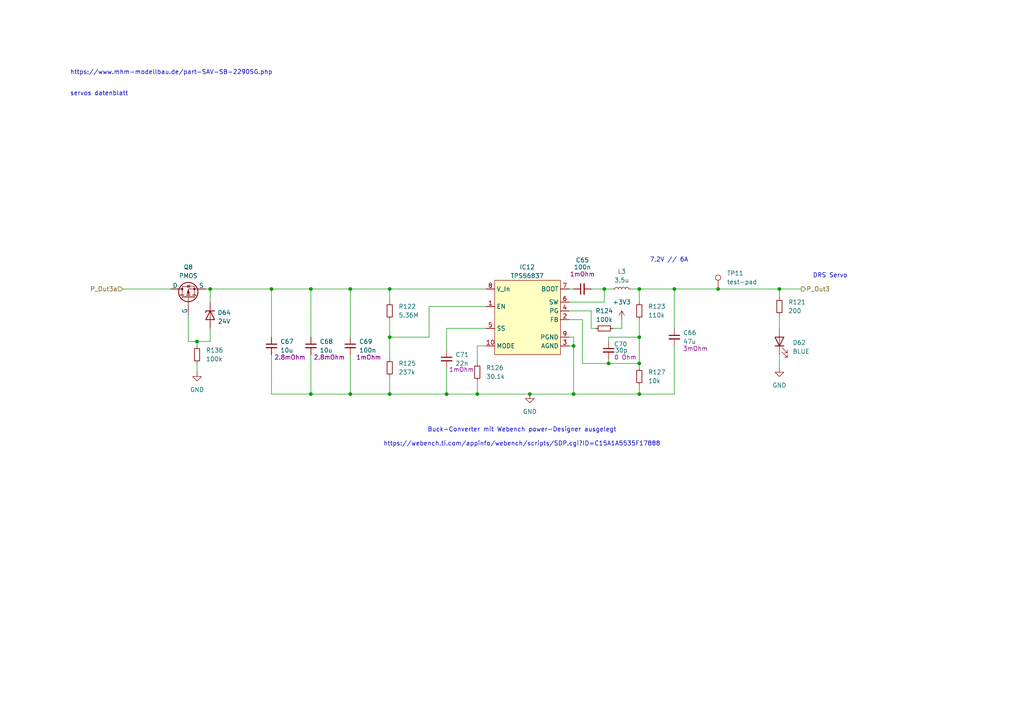
<source format=kicad_sch>
(kicad_sch (version 20231120) (generator "eeschema") (generator_version "8.0")
  (paper "A4")
  (title_block (title "PDU FT25") (date "2024-11-23") (rev "V1.1") (company "Janek Herm") (comment 1 "FaSTTUBe Electronics"))
  (lib_symbols
    (symbol "Connector:TestPoint" (pin_numbers hide) (pin_names (offset 0.762) hide)
      (property "Reference" "TP" (at 0 6.858 0))
      (property "Value" "TestPoint" (at 0 5.08 0))
      (symbol "TestPoint_0_1"
        (circle (center 0 3.302) (radius 0.762))
      )
      (symbol "TestPoint_1_1"
        (pin passive line (at 0 0 90) (length 2.54) (name "1") (number "1"))
      )
    )
    (symbol "Device:C_Small" (pin_numbers hide) (pin_names (offset 0.254) hide)
      (property "Reference" "C" (at 0.254 1.778 0))
      (property "Value" "C_Small" (at 0.254 -2.032 0))
      (symbol "C_Small_0_1"
        (polyline (pts (xy -1.524 -0.508) (xy 1.524 -0.508)) (stroke (width 0.3302)))
        (polyline (pts (xy -1.524 0.508) (xy 1.524 0.508)) (stroke (width 0.3048)))
      )
      (symbol "C_Small_1_1"
        (pin passive line (at 0 2.54 270) (length 2.032) (name "~") (number "1"))
        (pin passive line (at 0 -2.54 90) (length 2.032) (name "~") (number "2"))
      )
    )
    (symbol "Device:D_Zener" (pin_numbers hide) (pin_names (offset 1.016) hide)
      (property "Reference" "D" (at 0 2.54 0))
      (property "Value" "D_Zener" (at 0 -2.54 0))
      (symbol "D_Zener_0_1"
        (polyline (pts (xy 1.27 0) (xy -1.27 0)))
        (polyline (pts (xy -1.27 -1.27) (xy -1.27 1.27) (xy -0.762 1.27)) (stroke (width 0.254)))
        (polyline (pts (xy 1.27 -1.27) (xy 1.27 1.27) (xy -1.27 0) (xy 1.27 -1.27)) (stroke (width 0.254)))
      )
      (symbol "D_Zener_1_1"
        (pin passive line (at -3.81 0 0) (length 2.54) (name "K") (number "1"))
        (pin passive line (at 3.81 0 180) (length 2.54) (name "A") (number "2"))
      )
    )
    (symbol "Device:LED" (pin_numbers hide) (pin_names (offset 1.016) hide)
      (property "Reference" "D" (at 0 2.54 0))
      (property "Value" "LED" (at 0 -2.54 0))
      (symbol "LED_0_1"
        (polyline (pts (xy -1.27 -1.27) (xy -1.27 1.27)) (stroke (width 0.254)))
        (polyline (pts (xy -1.27 0) (xy 1.27 0)))
        (polyline (pts (xy 1.27 -1.27) (xy 1.27 1.27) (xy -1.27 0) (xy 1.27 -1.27)) (stroke (width 0.254)))
        (polyline (pts (xy -3.048 -0.762) (xy -4.572 -2.286) (xy -3.81 -2.286) (xy -4.572 -2.286) (xy -4.572 -1.524)))
        (polyline (pts (xy -1.778 -0.762) (xy -3.302 -2.286) (xy -2.54 -2.286) (xy -3.302 -2.286) (xy -3.302 -1.524)))
      )
      (symbol "LED_1_1"
        (pin passive line (at -3.81 0 0) (length 2.54) (name "K") (number "1"))
        (pin passive line (at 3.81 0 180) (length 2.54) (name "A") (number "2"))
      )
    )
    (symbol "Device:L_Small" (pin_numbers hide) (pin_names (offset 0.254) hide)
      (property "Reference" "L" (at 0.762 1.016 0))
      (property "Value" "L_Small" (at 0.762 -1.016 0))
      (symbol "L_Small_0_1"
        (arc (start 0 -2.032) (mid 0.5058 -1.524) (end 0 -1.016))
        (arc (start 0 -1.016) (mid 0.5058 -0.508) (end 0 0))
        (arc (start 0 0) (mid 0.5058 0.508) (end 0 1.016))
        (arc (start 0 1.016) (mid 0.5058 1.524) (end 0 2.032))
      )
      (symbol "L_Small_1_1"
        (pin passive line (at 0 2.54 270) (length 0.508) (name "~") (number "1"))
        (pin passive line (at 0 -2.54 90) (length 0.508) (name "~") (number "2"))
      )
    )
    (symbol "Device:R_Small" (pin_numbers hide) (pin_names (offset 0.254) hide)
      (property "Reference" "R" (at 0.762 0.508 0))
      (property "Value" "R_Small" (at 0.762 -1.016 0))
      (symbol "R_Small_0_1"
        (rectangle (start -0.762 1.778) (end 0.762 -1.778) (stroke (width 0.2032)))
      )
      (symbol "R_Small_1_1"
        (pin passive line (at 0 2.54 270) (length 0.762) (name "~") (number "1"))
        (pin passive line (at 0 -2.54 90) (length 0.762) (name "~") (number "2"))
      )
    )
    (symbol "FaSTTUBe_Voltage_Regulators:TPS56837"
      (property "Reference" "IC" (at -3.556 10.922 0))
      (property "Value" "TPS56837" (at -3.302 8.636 0))
      (symbol "TPS56837_1_1"
        (rectangle (start -12.7 7.62) (end 6.35 -13.97) (fill (type background)))
        (pin input line (at -15.24 0 0) (length 2.54) (name "EN") (number "1"))
        (pin input line (at -15.24 -11.43 0) (length 2.54) (name "MODE") (number "10"))
        (pin input line (at 8.89 -3.81 180) (length 2.54) (name "FB") (number "2"))
        (pin input line (at 8.89 -11.43 180) (length 2.54) (name "AGND") (number "3"))
        (pin input line (at 8.89 -1.27 180) (length 2.54) (name "PG") (number "4"))
        (pin input line (at -15.24 -6.35 0) (length 2.54) (name "SS") (number "5"))
        (pin input line (at 8.89 1.27 180) (length 2.54) (name "SW") (number "6"))
        (pin input line (at 8.89 5.08 180) (length 2.54) (name "BOOT") (number "7"))
        (pin input line (at -15.24 5.08 0) (length 2.54) (name "V_In") (number "8"))
        (pin input line (at 8.89 -8.89 180) (length 2.54) (name "PGND") (number "9"))
      )
    )
    (symbol "Simulation_SPICE:PMOS" (pin_numbers hide) (pin_names (offset 0))
      (property "Reference" "Q" (at 5.08 1.27 0))
      (property "Value" "PMOS" (at 5.08 -1.27 0))
      (symbol "PMOS_0_1"
        (polyline (pts (xy 0.254 0) (xy -2.54 0)))
        (polyline (pts (xy 0.254 1.905) (xy 0.254 -1.905)) (stroke (width 0.254)))
        (polyline (pts (xy 0.762 -1.27) (xy 0.762 -2.286)) (stroke (width 0.254)))
        (polyline (pts (xy 0.762 0.508) (xy 0.762 -0.508)) (stroke (width 0.254)))
        (polyline (pts (xy 0.762 2.286) (xy 0.762 1.27)) (stroke (width 0.254)))
        (polyline (pts (xy 2.54 2.54) (xy 2.54 1.778)))
        (polyline (pts (xy 2.54 -2.54) (xy 2.54 0) (xy 0.762 0)))
        (polyline (pts (xy 0.762 1.778) (xy 3.302 1.778) (xy 3.302 -1.778) (xy 0.762 -1.778)))
        (polyline (pts (xy 2.286 0) (xy 1.27 0.381) (xy 1.27 -0.381) (xy 2.286 0)) (fill (type outline)))
        (polyline (pts (xy 2.794 -0.508) (xy 2.921 -0.381) (xy 3.683 -0.381) (xy 3.81 -0.254)))
        (polyline (pts (xy 3.302 -0.381) (xy 2.921 0.254) (xy 3.683 0.254) (xy 3.302 -0.381)))
        (circle (center 1.651 0) (radius 2.794) (stroke (width 0.254)))
        (circle (center 2.54 -1.778) (radius 0.254) (fill (type outline)))
        (circle (center 2.54 1.778) (radius 0.254) (fill (type outline)))
      )
      (symbol "PMOS_1_1"
        (pin passive line (at 2.54 5.08 270) (length 2.54) (name "D") (number "1"))
        (pin input line (at -5.08 0 0) (length 2.54) (name "G") (number "2"))
        (pin passive line (at 2.54 -5.08 90) (length 2.54) (name "S") (number "3"))
      )
    )
    (symbol "power:+3.3V" (power) (pin_numbers hide) (pin_names (offset 0) hide)
      (property "Value" "+3.3V" (at 0 3.556 0))
      (symbol "+3.3V_0_1"
        (polyline (pts (xy -0.762 1.27) (xy 0 2.54)))
        (polyline (pts (xy 0 0) (xy 0 2.54)))
        (polyline (pts (xy 0 2.54) (xy 0.762 1.27)))
      )
      (symbol "+3.3V_1_1"
        (pin power_in line (at 0 0 90) (length 0) (name "~") (number "1"))
      )
    )
    (symbol "power:GND" (power) (pin_numbers hide) (pin_names (offset 0) hide)
      (property "Value" "GND" (at 0 -3.81 0))
      (symbol "GND_0_1"
        (polyline (pts (xy 0 0) (xy 0 -1.27) (xy 1.27 -1.27) (xy 0 -2.54) (xy -1.27 -1.27) (xy 0 -1.27)))
      )
      (symbol "GND_1_1"
        (pin power_in line (at 0 0 270) (length 0) (name "~") (number "1"))
      )
    )
  )
  (junction (at 113.03 114.3))
  (junction (at 226.06 83.82))
  (junction (at 195.58 83.82))
  (junction (at 185.42 105.41))
  (junction (at 113.03 83.82))
  (junction (at 185.42 83.82))
  (junction (at 101.6 114.3))
  (junction (at 129.54 114.3))
  (junction (at 208.28 83.82))
  (junction (at 185.42 114.3))
  (junction (at 176.53 105.41))
  (junction (at 101.6 83.82))
  (junction (at 57.15 99.06))
  (junction (at 185.42 97.79))
  (junction (at 90.17 83.82))
  (junction (at 153.67 114.3))
  (junction (at 78.74 83.82))
  (junction (at 138.43 114.3))
  (junction (at 175.26 83.82))
  (junction (at 166.37 114.3))
  (junction (at 113.03 97.79))
  (junction (at 166.37 100.33))
  (junction (at 90.17 114.3))
  (junction (at 60.96 83.82))
  (wire (pts (xy 124.46 88.9) (xy 124.46 97.79)))
  (wire (pts (xy 113.03 109.22) (xy 113.03 114.3)))
  (wire (pts (xy 165.1 92.71) (xy 168.91 92.71)))
  (wire (pts (xy 166.37 100.33) (xy 166.37 114.3)))
  (wire (pts (xy 226.06 83.82) (xy 226.06 86.36)))
  (wire (pts (xy 176.53 105.41) (xy 185.42 105.41)))
  (wire (pts (xy 226.06 102.87) (xy 226.06 106.68)))
  (wire (pts (xy 180.34 95.25) (xy 180.34 92.71)))
  (wire (pts (xy 226.06 91.44) (xy 226.06 95.25)))
  (wire (pts (xy 185.42 92.71) (xy 185.42 97.79)))
  (wire (pts (xy 60.96 83.82) (xy 78.74 83.82)))
  (wire (pts (xy 101.6 102.87) (xy 101.6 114.3)))
  (wire (pts (xy 35.56 83.82) (xy 49.53 83.82)))
  (wire (pts (xy 90.17 102.87) (xy 90.17 114.3)))
  (wire (pts (xy 57.15 100.33) (xy 57.15 99.06)))
  (wire (pts (xy 90.17 83.82) (xy 90.17 97.79)))
  (wire (pts (xy 185.42 111.76) (xy 185.42 114.3)))
  (wire (pts (xy 140.97 88.9) (xy 124.46 88.9)))
  (wire (pts (xy 177.8 83.82) (xy 175.26 83.82)))
  (wire (pts (xy 171.45 90.17) (xy 171.45 95.25)))
  (wire (pts (xy 54.61 99.06) (xy 57.15 99.06)))
  (wire (pts (xy 60.96 99.06) (xy 57.15 99.06)))
  (wire (pts (xy 129.54 106.68) (xy 129.54 114.3)))
  (wire (pts (xy 101.6 83.82) (xy 101.6 97.79)))
  (wire (pts (xy 175.26 87.63) (xy 175.26 83.82)))
  (wire (pts (xy 208.28 83.82) (xy 226.06 83.82)))
  (wire (pts (xy 185.42 97.79) (xy 185.42 105.41)))
  (wire (pts (xy 185.42 83.82) (xy 185.42 87.63)))
  (wire (pts (xy 166.37 114.3) (xy 185.42 114.3)))
  (wire (pts (xy 166.37 97.79) (xy 166.37 100.33)))
  (wire (pts (xy 165.1 87.63) (xy 175.26 87.63)))
  (wire (pts (xy 59.69 83.82) (xy 60.96 83.82)))
  (wire (pts (xy 138.43 110.49) (xy 138.43 114.3)))
  (wire (pts (xy 124.46 97.79) (xy 113.03 97.79)))
  (wire (pts (xy 185.42 114.3) (xy 195.58 114.3)))
  (wire (pts (xy 226.06 83.82) (xy 232.41 83.82)))
  (wire (pts (xy 185.42 83.82) (xy 195.58 83.82)))
  (wire (pts (xy 195.58 100.33) (xy 195.58 114.3)))
  (wire (pts (xy 113.03 114.3) (xy 129.54 114.3)))
  (wire (pts (xy 138.43 114.3) (xy 153.67 114.3)))
  (wire (pts (xy 113.03 92.71) (xy 113.03 97.79)))
  (wire (pts (xy 165.1 83.82) (xy 166.37 83.82)))
  (wire (pts (xy 195.58 83.82) (xy 195.58 95.25)))
  (wire (pts (xy 176.53 105.41) (xy 176.53 104.14)))
  (wire (pts (xy 78.74 102.87) (xy 78.74 114.3)))
  (wire (pts (xy 54.61 91.44) (xy 54.61 99.06)))
  (wire (pts (xy 78.74 114.3) (xy 90.17 114.3)))
  (wire (pts (xy 57.15 105.41) (xy 57.15 107.95)))
  (wire (pts (xy 165.1 90.17) (xy 171.45 90.17)))
  (wire (pts (xy 165.1 97.79) (xy 166.37 97.79)))
  (wire (pts (xy 171.45 95.25) (xy 172.72 95.25)))
  (wire (pts (xy 165.1 100.33) (xy 166.37 100.33)))
  (wire (pts (xy 140.97 100.33) (xy 138.43 100.33)))
  (wire (pts (xy 138.43 100.33) (xy 138.43 105.41)))
  (wire (pts (xy 90.17 83.82) (xy 101.6 83.82)))
  (wire (pts (xy 185.42 105.41) (xy 185.42 106.68)))
  (wire (pts (xy 168.91 92.71) (xy 168.91 105.41)))
  (wire (pts (xy 129.54 114.3) (xy 138.43 114.3)))
  (wire (pts (xy 113.03 83.82) (xy 113.03 87.63)))
  (wire (pts (xy 182.88 83.82) (xy 185.42 83.82)))
  (wire (pts (xy 171.45 83.82) (xy 175.26 83.82)))
  (wire (pts (xy 60.96 83.82) (xy 60.96 87.63)))
  (wire (pts (xy 60.96 95.25) (xy 60.96 99.06)))
  (wire (pts (xy 177.8 95.25) (xy 180.34 95.25)))
  (wire (pts (xy 140.97 95.25) (xy 129.54 95.25)))
  (wire (pts (xy 101.6 83.82) (xy 113.03 83.82)))
  (wire (pts (xy 78.74 83.82) (xy 90.17 83.82)))
  (wire (pts (xy 78.74 83.82) (xy 78.74 97.79)))
  (wire (pts (xy 113.03 97.79) (xy 113.03 104.14)))
  (wire (pts (xy 129.54 95.25) (xy 129.54 101.6)))
  (wire (pts (xy 168.91 105.41) (xy 176.53 105.41)))
  (wire (pts (xy 176.53 97.79) (xy 176.53 99.06)))
  (wire (pts (xy 101.6 114.3) (xy 113.03 114.3)))
  (wire (pts (xy 195.58 83.82) (xy 208.28 83.82)))
  (wire (pts (xy 153.67 114.3) (xy 166.37 114.3)))
  (wire (pts (xy 113.03 83.82) (xy 140.97 83.82)))
  (wire (pts (xy 90.17 114.3) (xy 101.6 114.3)))
  (wire (pts (xy 176.53 97.79) (xy 185.42 97.79)))
  (text "DRS Servo" (at 240.792 80.01 0) (effects (font (size 1.27 1.27))))
  (text "7,2V // 6A" (at 194.056 75.438 0) (effects (font (size 1.27 1.27))))
  (text "https://www.mhm-modellbau.de/part-SAV-SB-2290SG.php\n\n\nservos datenblatt" (at 20.32 27.94 0) (effects (font (size 1.27 1.27)) (justify left bottom)))
  (text "Buck-Converter mit Webench power-Designer ausgelegt\n\nhttps://webench.ti.com/appinfo/webench/scripts/SDP.cgi?ID=C15A1A5535F17888" (at 151.384 126.746 0) (effects (font (size 1.27 1.27))))
  (hierarchical_label "P_Out3" (shape output) (at 232.41 83.82 0))
  (hierarchical_label "P_Out3a" (shape input) (at 35.56 83.82 180))
  (symbol (lib_id "Device:R_Small") (at 185.42 109.22 0) (unit 1)
    (property "Reference" "R127" (at 187.96 107.9499 0) (effects (justify left)))
    (property "Value" "10k" (at 187.96 110.4899 0) (effects (justify left)))
    (property "Footprint" "Resistor_SMD:R_0603_1608Metric_Pad0.98x0.95mm_HandSolder" (effects (hide yes)))
    (property "Description" "Resistor, small symbol" (effects (hide yes)))
  )
  (symbol (lib_id "power:GND") (at 57.15 107.95 0) (unit 1)
    (property "Reference" "#PWR0195" (effects (hide yes)))
    (property "Value" "GND" (at 57.15 113.03 0))
    (property "Description" "Power symbol creates a global label with name \"GND\" , ground" (effects (hide yes)))
  )
  (symbol (lib_id "Simulation_SPICE:PMOS") (at 54.61 86.36 90) (unit 1)
    (property "Reference" "Q8" (at 54.61 77.47 90))
    (property "Value" "PMOS" (at 54.61 80.01 90))
    (property "Datasheet" "https://ngspice.sourceforge.io/docs/ngspice-html-manual/manual.xhtml#cha_MOSFETs" (effects (hide yes)))
    (property "Description" "P-MOSFET transistor, drain/source/gate" (effects (hide yes)))
    (property "Sim.Device" "PMOS" (effects (hide yes)))
    (property "Sim.Type" "VDMOS" (effects (hide yes)))
    (property "Sim.Pins" "1=D 2=G 3=S" (effects (hide yes)))
  )
  (symbol (lib_id "Connector:TestPoint") (at 208.28 83.82 0) (unit 1)
    (property "Reference" "TP11" (at 210.82 79.2479 0) (effects (justify left)))
    (property "Value" "test-pad" (at 210.82 81.7879 0) (effects (justify left)))
    (property "Description" "test point" (effects (hide yes)))
  )
  (symbol (lib_id "Device:C_Small") (at 78.74 100.33 0) (unit 1)
    (property "Reference" "C67" (at 81.28 99.0662 0) (effects (justify left)))
    (property "Value" "10u" (at 81.28 101.6062 0) (effects (justify left)))
    (property "Footprint" "Capacitor_SMD:C_1210_3225Metric_Pad1.33x2.70mm_HandSolder" (effects (hide yes)))
    (property "Description" "Unpolarized capacitor, small symbol" (effects (hide yes)))
    (property "Resistance" "2.8mOhm" (at 84.074 103.632 0))
  )
  (symbol (lib_id "Device:C_Small") (at 129.54 104.14 0) (unit 1)
    (property "Reference" "C71" (at 132.08 102.8762 0) (effects (justify left)))
    (property "Value" "22n" (at 132.08 105.4162 0) (effects (justify left)))
    (property "Footprint" "Capacitor_SMD:C_0402_1005Metric_Pad0.74x0.62mm_HandSolder" (effects (hide yes)))
    (property "Description" "Unpolarized capacitor, small symbol" (effects (hide yes)))
    (property "Resistance" "1mOhm" (at 133.858 107.188 0))
  )
  (symbol (lib_id "Device:C_Small") (at 101.6 100.33 0) (unit 1)
    (property "Reference" "C69" (at 104.14 99.0662 0) (effects (justify left)))
    (property "Value" "100n" (at 104.14 101.6062 0) (effects (justify left)))
    (property "Footprint" "Capacitor_SMD:C_0805_2012Metric_Pad1.18x1.45mm_HandSolder" (effects (hide yes)))
    (property "Description" "Unpolarized capacitor, small symbol" (effects (hide yes)))
    (property "Resistance" "1mOhm" (at 106.934 103.632 0))
  )
  (symbol (lib_id "FaSTTUBe_Voltage_Regulators:TPS56837") (at 156.21 88.9 0) (unit 1)
    (property "Reference" "IC12" (at 152.908 77.47 0))
    (property "Value" "TPS56837" (at 152.908 80.01 0))
    (property "Footprint" "FaSTTUBe_Voltage_Regulators:RPA0010A-MFG" (effects (hide yes)))
    (property "Datasheet" "https://www.ti.com/lit/ds/symlink/tps56837.pdf?ts=1731338435977" (effects (hide yes)))
  )
  (symbol (lib_id "Device:R_Small") (at 138.43 107.95 0) (unit 1)
    (property "Reference" "R126" (at 140.97 106.6799 0) (effects (justify left)))
    (property "Value" "30.1k" (at 140.97 109.2199 0) (effects (justify left)))
    (property "Footprint" "Resistor_SMD:R_0603_1608Metric_Pad0.98x0.95mm_HandSolder" (effects (hide yes)))
    (property "Description" "Resistor, small symbol" (effects (hide yes)))
  )
  (symbol (lib_id "power:GND") (at 153.67 114.3 0) (unit 1)
    (property "Reference" "#PWR0190" (effects (hide yes)))
    (property "Value" "GND" (at 153.67 119.38 0))
    (property "Description" "Power symbol creates a global label with name \"GND\" , ground" (effects (hide yes)))
  )
  (symbol (lib_id "Device:C_Small") (at 195.58 97.79 0) (unit 1)
    (property "Reference" "C66" (at 198.12 96.5262 0) (effects (justify left)))
    (property "Value" "47u" (at 198.12 99.0662 0) (effects (justify left)))
    (property "Footprint" "Capacitor_SMD:C_1210_3225Metric_Pad1.33x2.70mm_HandSolder" (effects (hide yes)))
    (property "Description" "Unpolarized capacitor, small symbol" (effects (hide yes)))
    (property "Resistance" "3mOhm" (at 201.676 101.092 0))
  )
  (symbol (lib_id "Device:R_Small") (at 57.15 102.87 0) (unit 1)
    (property "Reference" "R136" (at 59.69 101.5999 0) (effects (justify left)))
    (property "Value" "100k" (at 59.69 104.1399 0) (effects (justify left)))
    (property "Description" "Resistor, small symbol" (effects (hide yes)))
  )
  (symbol (lib_id "Device:R_Small") (at 226.06 88.9 0) (unit 1)
    (property "Reference" "R121" (at 228.6 87.6299 0) (effects (justify left)))
    (property "Value" "200" (at 228.6 90.1699 0) (effects (justify left)))
    (property "Footprint" "Resistor_SMD:R_0603_1608Metric_Pad0.98x0.95mm_HandSolder" (effects (hide yes)))
    (property "Description" "Resistor, small symbol" (effects (hide yes)))
  )
  (symbol (lib_id "Device:R_Small") (at 113.03 106.68 0) (unit 1)
    (property "Reference" "R125" (at 115.57 105.4099 0) (effects (justify left)))
    (property "Value" "237k" (at 115.57 107.9499 0) (effects (justify left)))
    (property "Footprint" "Resistor_SMD:R_0603_1608Metric_Pad0.98x0.95mm_HandSolder" (effects (hide yes)))
    (property "Description" "Resistor, small symbol" (effects (hide yes)))
  )
  (symbol (lib_id "Device:LED") (at 226.06 99.06 90) (unit 1)
    (property "Reference" "D62" (at 229.87 99.3774 90) (effects (justify right)))
    (property "Value" "BLUE" (at 229.87 101.9174 90) (effects (justify right)))
    (property "Footprint" "Resistor_SMD:R_0603_1608Metric_Pad0.98x0.95mm_HandSolder" (effects (hide yes)))
    (property "Datasheet" "https://www.we-online.com/components/products/datasheet/150040BS73220.pdf" (effects (hide yes)))
    (property "Description" "Light emitting diode" (effects (hide yes)))
    (property "MPR" "150040BS73220" (effects (hide yes)))
  )
  (symbol (lib_id "Device:C_Small") (at 176.53 101.6 0) (unit 1)
    (property "Reference" "C70" (at 178.054 99.8282 0) (effects (justify left)))
    (property "Value" "30p" (at 178.308 101.6062 0) (effects (justify left)))
    (property "Footprint" "Capacitor_SMD:C_0603_1608Metric_Pad1.08x0.95mm_HandSolder" (effects (hide yes)))
    (property "Description" "Unpolarized capacitor, small symbol" (effects (hide yes)))
    (property "Resistance" "0 Ohm" (at 181.356 103.632 0))
  )
  (symbol (lib_id "Device:L_Small") (at 180.34 83.82 90) (unit 1)
    (property "Reference" "L3" (at 180.34 78.74 90))
    (property "Value" "3.5u" (at 180.34 81.28 90))
    (property "Footprint" "WE-PD:WE-PD_1260_1245_1280_121054" (effects (hide yes)))
    (property "Datasheet" "https://www.we-online.com/components/products/datasheet/7447709003.pdf" (effects (hide yes)))
    (property "Description" "Inductor, small symbol" (effects (hide yes)))
  )
  (symbol (lib_id "Device:C_Small") (at 90.17 100.33 0) (unit 1)
    (property "Reference" "C68" (at 92.71 99.0662 0) (effects (justify left)))
    (property "Value" "10u" (at 92.71 101.6062 0) (effects (justify left)))
    (property "Footprint" "Capacitor_SMD:C_1210_3225Metric_Pad1.33x2.70mm_HandSolder" (effects (hide yes)))
    (property "Description" "Unpolarized capacitor, small symbol" (effects (hide yes)))
    (property "Resistance" "2.8mOhm" (at 95.504 103.632 0))
  )
  (symbol (lib_id "Device:R_Small") (at 185.42 90.17 0) (unit 1)
    (property "Reference" "R123" (at 187.96 88.8999 0) (effects (justify left)))
    (property "Value" "110k" (at 187.96 91.4399 0) (effects (justify left)))
    (property "Footprint" "Resistor_SMD:R_0603_1608Metric_Pad0.98x0.95mm_HandSolder" (effects (hide yes)))
    (property "Description" "Resistor, small symbol" (effects (hide yes)))
  )
  (symbol (lib_id "power:GND") (at 226.06 106.68 0) (unit 1)
    (property "Reference" "#PWR0189" (effects (hide yes)))
    (property "Value" "GND" (at 226.06 111.76 0))
    (property "Description" "Power symbol creates a global label with name \"GND\" , ground" (effects (hide yes)))
  )
  (symbol (lib_id "Device:D_Zener") (at 60.96 91.44 90) (mirror x) (unit 1)
    (property "Reference" "D64" (at 65.024 90.678 90))
    (property "Value" "24V" (at 65.024 93.218 90))
    (property "Footprint" "3SMAJ5934B-TP:DIOM5226X244N" (effects (hide yes)))
    (property "Datasheet" "https://www.mouser.de/datasheet/2/258/3SMAJ5918B_3SMAJ5956B_SMA_-3423242.pdf" (effects (hide yes)))
    (property "Description" "Zener diode" (effects (hide yes)))
    (property "MPR" "3SMAJ5934B-TP" (effects (hide yes)))
  )
  (symbol (lib_id "Device:C_Small") (at 168.91 83.82 90) (unit 1)
    (property "Reference" "C65" (at 168.9163 75.438 90))
    (property "Value" "100n" (at 168.9163 77.47 90))
    (property "Footprint" "Capacitor_SMD:C_0402_1005Metric_Pad0.74x0.62mm_HandSolder" (effects (hide yes)))
    (property "Description" "Unpolarized capacitor, small symbol" (effects (hide yes)))
    (property "Resistance" "1mOhm" (at 168.91 79.502 90))
  )
  (symbol (lib_id "power:+3.3V") (at 180.34 92.71 0) (unit 1)
    (property "Reference" "#PWR0188" (effects (hide yes)))
    (property "Value" "+3V3" (at 180.34 87.63 0))
    (property "Description" "Power symbol creates a global label with name \"+3.3V\"" (effects (hide yes)))
  )
  (symbol (lib_id "Device:R_Small") (at 113.03 90.17 0) (unit 1)
    (property "Reference" "R122" (at 115.57 88.8999 0) (effects (justify left)))
    (property "Value" "5.36M" (at 115.57 91.4399 0) (effects (justify left)))
    (property "Footprint" "Resistor_SMD:R_0603_1608Metric_Pad0.98x0.95mm_HandSolder" (effects (hide yes)))
    (property "Description" "Resistor, small symbol" (effects (hide yes)))
  )
  (symbol (lib_id "Device:R_Small") (at 175.26 95.25 90) (unit 1)
    (property "Reference" "R124" (at 175.26 90.17 90))
    (property "Value" "100k" (at 175.26 92.71 90))
    (property "Footprint" "Resistor_SMD:R_0603_1608Metric_Pad0.98x0.95mm_HandSolder" (effects (hide yes)))
    (property "Description" "Resistor, small symbol" (effects (hide yes)))
  )
)
</source>
